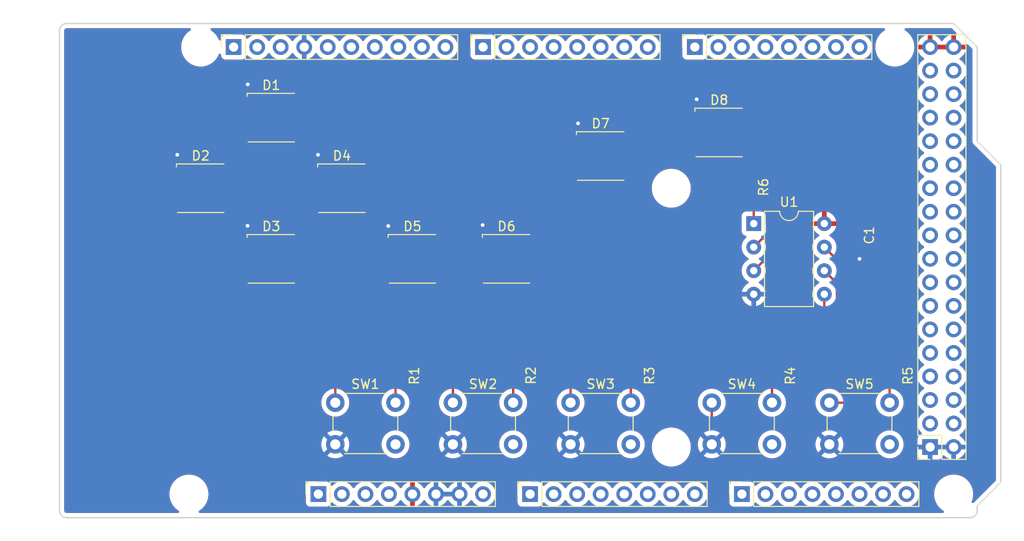
<source format=kicad_pcb>
(kicad_pcb (version 20211014) (generator pcbnew)
  (title_block (date "mar. 31 mars 2015"))
  (layers (0 "F.Cu" signal) (31 "B.Cu" signal) (34 "B.Paste" user) (35 "F.Paste" user) (36 "B.SilkS" user "B.Silkscreen") (37 "F.SilkS" user "F.Silkscreen") (38 "B.Mask" user) (39 "F.Mask" user) (44 "Edge.Cuts" user))
  (net 0 "")
  (net 1 "GND")
  (net 2 "/*52")
  (net 3 "/53")
  (net 4 "/50")
  (net 5 "/51")
  (net 6 "/48")
  (net 7 "/49")
  (net 8 "/*46")
  (net 9 "/47")
  (net 10 "/*44")
  (net 11 "/*45")
  (net 12 "/42")
  (net 13 "/43")
  (net 14 "/40")
  (net 15 "/41")
  (net 16 "/38")
  (net 17 "/39")
  (net 18 "/36")
  (net 19 "/37")
  (net 20 "/34")
  (net 21 "/35")
  (net 22 "/32")
  (net 23 "/33")
  (net 24 "/30")
  (net 25 "/31")
  (net 26 "/28")
  (net 27 "/29")
  (net 28 "/26")
  (net 29 "/27")
  (net 30 "/24")
  (net 31 "/25")
  (net 32 "/22")
  (net 33 "/23")
  (net 34 "+5V")
  (net 35 "/IOREF")
  (net 36 "/A0")
  (net 37 "/A1")
  (net 38 "/A2")
  (net 39 "/A3")
  (net 40 "/A4")
  (net 41 "/A5")
  (net 42 "/A6")
  (net 43 "/A7")
  (net 44 "/A8")
  (net 45 "/A9")
  (net 46 "/A10")
  (net 47 "/A11")
  (net 48 "/A12")
  (net 49 "/A13")
  (net 50 "/A14")
  (net 51 "/A15")
  (net 52 "/AREF")
  (net 53 "/*13")
  (net 54 "/*12")
  (net 55 "/*11")
  (net 56 "/*10")
  (net 57 "/*9")
  (net 58 "/*8")
  (net 59 "/*7")
  (net 60 "/*6")
  (net 61 "/*5")
  (net 62 "/*4")
  (net 63 "/*3")
  (net 64 "/*2")
  (net 65 "/TX0{slash}1")
  (net 66 "/RX0{slash}0")
  (net 67 "+3V3")
  (net 68 "/TX3{slash}14")
  (net 69 "/RX3{slash}15")
  (net 70 "/TX2{slash}16")
  (net 71 "/RX2{slash}17")
  (net 72 "/TX1{slash}18")
  (net 73 "/RX1{slash}19")
  (net 74 "/SDA{slash}20")
  (net 75 "/SCL{slash}21")
  (net 76 "VCC")
  (net 77 "/~{RESET}")
  (net 79 "Net-(D1-Pad2)")
  (net 80 "Net-(D1-Pad4)")
  (net 81 "Net-(D2-Pad4)")
  (net 82 "Net-(D3-Pad4)")
  (net 83 "Net-(D4-Pad4)")
  (net 84 "Net-(D5-Pad4)")
  (net 85 "Net-(D6-Pad4)")
  (net 86 "Net-(D7-Pad4)")
  (net 88 "Net-(R1-Pad2)")
  (net 89 "Net-(R2-Pad2)")
  (net 90 "Net-(R3-Pad2)")
  (net 91 "Net-(R4-Pad2)")
  (net 92 "Net-(R5-Pad2)")
  (net 93 "Net-(SW1-Pad1)")
  (net 94 "Net-(SW2-Pad1)")
  (net 95 "Net-(SW3-Pad1)")
  (net 96 "Net-(SW4-Pad1)")
  (net 97 "Net-(SW5-Pad1)")
  (net 98 "Net-(R6-Pad2)")
  (footprint "Connector_PinSocket_2.54mm:PinSocket_2x18_P2.54mm_Vertical" (layer "F.Cu") (at 193.98 92.38 180)
    (fp_text reference "J7" hide)
    (fp_text value "Digital")
    (fp_line (start -1.27 -1.33) (end -1.27 1.27) (layer "F.SilkS") (width 0.12))
    (fp_line (start 1.33 1.27) (end 1.33 44.51) (layer "F.SilkS") (width 0.12))
    (fp_line (start 0 -1.33) (end 1.33 -1.33) (layer "F.SilkS") (width 0.12))
    (fp_line (start -1.27 1.27) (end 1.33 1.27) (layer "F.SilkS") (width 0.12))
    (fp_line (start 1.33 -1.33) (end 1.33 0) (layer "F.SilkS") (width 0.12))
    (fp_line (start -3.87 44.51) (end 1.33 44.51) (layer "F.SilkS") (width 0.12))
    (fp_line (start -3.87 -1.33) (end -1.27 -1.33) (layer "F.SilkS") (width 0.12))
    (fp_line (start -3.87 -1.33) (end -3.87 44.51) (layer "F.SilkS") (width 0.12))
    (pad "1" thru_hole rect locked (at 0 0 180) (size 1.7 1.7) (drill 1) (layers *.Cu *.Mask) (net 1 "GND"))
    (pad "2" thru_hole oval locked (at -2.54 0 180) (size 1.7 1.7) (drill 1) (layers *.Cu *.Mask) (net 1 "GND"))
    (pad "3" thru_hole oval locked (at 0 2.54 180) (size 1.7 1.7) (drill 1) (layers *.Cu *.Mask) (net 2 "/*52"))
    (pad "4" thru_hole oval locked (at -2.54 2.54 180) (size 1.7 1.7) (drill 1) (layers *.Cu *.Mask) (net 3 "/53"))
    (pad "5" thru_hole oval locked (at 0 5.08 180) (size 1.7 1.7) (drill 1) (layers *.Cu *.Mask) (net 4 "/50"))
    (pad "6" thru_hole oval locked (at -2.54 5.08 180) (size 1.7 1.7) (drill 1) (layers *.Cu *.Mask) (net 5 "/51"))
    (pad "7" thru_hole oval locked (at 0 7.62 180) (size 1.7 1.7) (drill 1) (layers *.Cu *.Mask) (net 6 "/48"))
    (pad "8" thru_hole oval locked (at -2.54 7.62 180) (size 1.7 1.7) (drill 1) (layers *.Cu *.Mask) (net 7 "/49"))
    (pad "9" thru_hole oval locked (at 0 10.16 180) (size 1.7 1.7) (drill 1) (layers *.Cu *.Mask) (net 8 "/*46"))
    (pad "10" thru_hole oval locked (at -2.54 10.16 180) (size 1.7 1.7) (drill 1) (layers *.Cu *.Mask) (net 9 "/47"))
    (pad "11" thru_hole oval locked (at 0 12.7 180) (size 1.7 1.7) (drill 1) (layers *.Cu *.Mask) (net 10 "/*44"))
    (pad "12" thru_hole oval locked (at -2.54 12.7 180) (size 1.7 1.7) (drill 1) (layers *.Cu *.Mask) (net 11 "/*45"))
    (pad "13" thru_hole oval locked (at 0 15.24 180) (size 1.7 1.7) (drill 1) (layers *.Cu *.Mask) (net 12 "/42"))
    (pad "14" thru_hole oval locked (at -2.54 15.24 180) (size 1.7 1.7) (drill 1) (layers *.Cu *.Mask) (net 13 "/43"))
    (pad "15" thru_hole oval locked (at 0 17.78 180) (size 1.7 1.7) (drill 1) (layers *.Cu *.Mask) (net 14 "/40"))
    (pad "16" thru_hole oval locked (at -2.54 17.78 180) (size 1.7 1.7) (drill 1) (layers *.Cu *.Mask) (net 15 "/41"))
    (pad "17" thru_hole oval locked (at 0 20.32 180) (size 1.7 1.7) (drill 1) (layers *.Cu *.Mask) (net 16 "/38"))
    (pad "18" thru_hole oval locked (at -2.54 20.32 180) (size 1.7 1.7) (drill 1) (layers *.Cu *.Mask) (net 17 "/39"))
    (pad "19" thru_hole oval locked (at 0 22.86 180) (size 1.7 1.7) (drill 1) (layers *.Cu *.Mask) (net 18 "/36"))
    (pad "20" thru_hole oval locked (at -2.54 22.86 180) (size 1.7 1.7) (drill 1) (layers *.Cu *.Mask) (net 19 "/37"))
    (pad "21" thru_hole oval locked (at 0 25.4 180) (size 1.7 1.7) (drill 1) (layers *.Cu *.Mask) (net 20 "/34"))
    (pad "22" thru_hole oval locked (at -2.54 25.4 180) (size 1.7 1.7) (drill 1) (layers *.Cu *.Mask) (net 21 "/35"))
    (pad "23" thru_hole oval locked (at 0 27.94 180) (size 1.7 1.7) (drill 1) (layers *.Cu *.Mask) (net 22 "/32"))
    (pad "24" thru_hole oval locked (at -2.54 27.94 180) (size 1.7 1.7) (drill 1) (layers *.Cu *.Mask) (net 23 "/33"))
    (pad "25" thru_hole oval locked (at 0 30.48 180) (size 1.7 1.7) (drill 1) (layers *.Cu *.Mask) (net 24 "/30"))
    (pad "26" thru_hole oval locked (at -2.54 30.48 180) (size 1.7 1.7) (drill 1) (layers *.Cu *.Mask) (net 25 "/31"))
    (pad "27" thru_hole oval locked (at 0 33.02 180) (size 1.7 1.7) (drill 1) (layers *.Cu *.Mask) (net 26 "/28"))
    (pad "28" thru_hole oval locked (at -2.54 33.02 180) (size 1.7 1.7) (drill 1) (layers *.Cu *.Mask) (net 27 "/29"))
    (pad "29" thru_hole oval locked (at 0 35.56 180) (size 1.7 1.7) (drill 1) (layers *.Cu *.Mask) (net 28 "/26"))
    (pad "30" thru_hole oval locked (at -2.54 35.56 180) (size 1.7 1.7) (drill 1) (layers *.Cu *.Mask) (net 29 "/27"))
    (pad "31" thru_hole oval locked (at 0 38.1 180) (size 1.7 1.7) (drill 1) (layers *.Cu *.Mask) (net 30 "/24"))
    (pad "32" thru_hole oval locked (at -2.54 38.1 180) (size 1.7 1.7) (drill 1) (layers *.Cu *.Mask) (net 31 "/25"))
    (pad "33" thru_hole oval locked (at 0 40.64 180) (size 1.7 1.7) (drill 1) (layers *.Cu *.Mask) (net 32 "/22"))
    (pad "34" thru_hole oval locked (at -2.54 40.64 180) (size 1.7 1.7) (drill 1) (layers *.Cu *.Mask) (net 33 "/23"))
    (pad "35" thru_hole oval locked (at 0 43.18 180) (size 1.7 1.7) (drill 1) (layers *.Cu *.Mask) (net 34 "+5V"))
    (pad "36" thru_hole oval locked (at -2.54 43.18 180) (size 1.7 1.7) (drill 1) (layers *.Cu *.Mask) (net 34 "+5V"))
  )
  (footprint "Connector_PinSocket_2.54mm:PinSocket_1x08_P2.54mm_Vertical" (layer "F.Cu") (at 127.94 97.46 90)
    (fp_text reference "J1" hide)
    (fp_text value "Power")
    (fp_line (start -1.33 1.27) (end -1.33 19.11) (layer "F.SilkS") (width 0.12))
    (fp_line (start -1.33 1.27) (end 1.33 1.27) (layer "F.SilkS") (width 0.12))
    (fp_line (start -1.33 19.11) (end 1.33 19.11) (layer "F.SilkS") (width 0.12))
    (fp_line (start 1.33 1.27) (end 1.33 19.11) (layer "F.SilkS") (width 0.12))
    (fp_line (start 0 -1.33) (end 1.33 -1.33) (layer "F.SilkS") (width 0.12))
    (fp_line (start 1.33 -1.33) (end 1.33 0) (layer "F.SilkS") (width 0.12))
    (pad "1" thru_hole rect locked (at 0 0 90) (size 1.7 1.7) (drill 1) (layers *.Cu *.Mask))
    (pad "2" thru_hole oval locked (at 0 2.54 90) (size 1.7 1.7) (drill 1) (layers *.Cu *.Mask) (net 35 "/IOREF"))
    (pad "3" thru_hole oval locked (at 0 5.08 90) (size 1.7 1.7) (drill 1) (layers *.Cu *.Mask) (net 77 "/~{RESET}"))
    (pad "4" thru_hole oval locked (at 0 7.62 90) (size 1.7 1.7) (drill 1) (layers *.Cu *.Mask) (net 67 "+3V3"))
    (pad "5" thru_hole oval locked (at 0 10.16 90) (size 1.7 1.7) (drill 1) (layers *.Cu *.Mask) (net 34 "+5V"))
    (pad "6" thru_hole oval locked (at 0 12.7 90) (size 1.7 1.7) (drill 1) (layers *.Cu *.Mask) (net 1 "GND"))
    (pad "7" thru_hole oval locked (at 0 15.24 90) (size 1.7 1.7) (drill 1) (layers *.Cu *.Mask) (net 1 "GND"))
    (pad "8" thru_hole oval locked (at 0 17.78 90) (size 1.7 1.7) (drill 1) (layers *.Cu *.Mask) (net 76 "VCC"))
  )
  (footprint "Connector_PinSocket_2.54mm:PinSocket_1x08_P2.54mm_Vertical" (layer "F.Cu") (at 150.8 97.46 90)
    (fp_text reference "J3" hide)
    (fp_text value "Analog")
    (fp_line (start -1.33 1.27) (end -1.33 19.11) (layer "F.SilkS") (width 0.12))
    (fp_line (start 1.33 1.27) (end 1.33 19.11) (layer "F.SilkS") (width 0.12))
    (fp_line (start 0 -1.33) (end 1.33 -1.33) (layer "F.SilkS") (width 0.12))
    (fp_line (start 1.33 -1.33) (end 1.33 0) (layer "F.SilkS") (width 0.12))
    (fp_line (start -1.33 1.27) (end 1.33 1.27) (layer "F.SilkS") (width 0.12))
    (fp_line (start -1.33 19.11) (end 1.33 19.11) (layer "F.SilkS") (width 0.12))
    (pad "1" thru_hole rect locked (at 0 0 90) (size 1.7 1.7) (drill 1) (layers *.Cu *.Mask) (net 36 "/A0"))
    (pad "2" thru_hole oval locked (at 0 2.54 90) (size 1.7 1.7) (drill 1) (layers *.Cu *.Mask) (net 37 "/A1"))
    (pad "3" thru_hole oval locked (at 0 5.08 90) (size 1.7 1.7) (drill 1) (layers *.Cu *.Mask) (net 38 "/A2"))
    (pad "4" thru_hole oval locked (at 0 7.62 90) (size 1.7 1.7) (drill 1) (layers *.Cu *.Mask) (net 39 "/A3"))
    (pad "5" thru_hole oval locked (at 0 10.16 90) (size 1.7 1.7) (drill 1) (layers *.Cu *.Mask) (net 40 "/A4"))
    (pad "6" thru_hole oval locked (at 0 12.7 90) (size 1.7 1.7) (drill 1) (layers *.Cu *.Mask) (net 41 "/A5"))
    (pad "7" thru_hole oval locked (at 0 15.24 90) (size 1.7 1.7) (drill 1) (layers *.Cu *.Mask) (net 42 "/A6"))
    (pad "8" thru_hole oval locked (at 0 17.78 90) (size 1.7 1.7) (drill 1) (layers *.Cu *.Mask) (net 43 "/A7"))
  )
  (footprint "Connector_PinSocket_2.54mm:PinSocket_1x08_P2.54mm_Vertical" (layer "F.Cu") (at 173.66 97.46 90)
    (fp_text reference "J5" hide)
    (fp_text value "Analog")
    (fp_line (start -1.33 1.27) (end -1.33 19.11) (layer "F.SilkS") (width 0.12))
    (fp_line (start 0 -1.33) (end 1.33 -1.33) (layer "F.SilkS") (width 0.12))
    (fp_line (start -1.33 19.11) (end 1.33 19.11) (layer "F.SilkS") (width 0.12))
    (fp_line (start 1.33 -1.33) (end 1.33 0) (layer "F.SilkS") (width 0.12))
    (fp_line (start -1.33 1.27) (end 1.33 1.27) (layer "F.SilkS") (width 0.12))
    (fp_line (start 1.33 1.27) (end 1.33 19.11) (layer "F.SilkS") (width 0.12))
    (pad "1" thru_hole rect locked (at 0 0 90) (size 1.7 1.7) (drill 1) (layers *.Cu *.Mask) (net 44 "/A8"))
    (pad "2" thru_hole oval locked (at 0 2.54 90) (size 1.7 1.7) (drill 1) (layers *.Cu *.Mask) (net 45 "/A9"))
    (pad "3" thru_hole oval locked (at 0 5.08 90) (size 1.7 1.7) (drill 1) (layers *.Cu *.Mask) (net 46 "/A10"))
    (pad "4" thru_hole oval locked (at 0 7.62 90) (size 1.7 1.7) (drill 1) (layers *.Cu *.Mask) (net 47 "/A11"))
    (pad "5" thru_hole oval locked (at 0 10.16 90) (size 1.7 1.7) (drill 1) (layers *.Cu *.Mask) (net 48 "/A12"))
    (pad "6" thru_hole oval locked (at 0 12.7 90) (size 1.7 1.7) (drill 1) (layers *.Cu *.Mask) (net 49 "/A13"))
    (pad "7" thru_hole oval locked (at 0 15.24 90) (size 1.7 1.7) (drill 1) (layers *.Cu *.Mask) (net 50 "/A14"))
    (pad "8" thru_hole oval locked (at 0 17.78 90) (size 1.7 1.7) (drill 1) (layers *.Cu *.Mask) (net 51 "/A15"))
  )
  (footprint "Connector_PinSocket_2.54mm:PinSocket_1x10_P2.54mm_Vertical" (layer "F.Cu") (at 118.796 49.2 90)
    (fp_text reference "J2" hide)
    (fp_text value "PWM")
    (fp_line (start -1.33 1.27) (end 1.33 1.27) (layer "F.SilkS") (width 0.12))
    (fp_line (start 1.33 1.27) (end 1.33 24.19) (layer "F.SilkS") (width 0.12))
    (fp_line (start -1.33 24.19) (end 1.33 24.19) (layer "F.SilkS") (width 0.12))
    (fp_line (start 0 -1.33) (end 1.33 -1.33) (layer "F.SilkS") (width 0.12))
    (fp_line (start 1.33 -1.33) (end 1.33 0) (layer "F.SilkS") (width 0.12))
    (fp_line (start -1.33 1.27) (end -1.33 24.19) (layer "F.SilkS") (width 0.12))
    (pad "1" thru_hole rect locked (at 0 0 90) (size 1.7 1.7) (drill 1) (layers *.Cu *.Mask) (net 75 "/SCL{slash}21"))
    (pad "2" thru_hole oval locked (at 0 2.54 90) (size 1.7 1.7) (drill 1) (layers *.Cu *.Mask) (net 74 "/SDA{slash}20"))
    (pad "3" thru_hole oval locked (at 0 5.08 90) (size 1.7 1.7) (drill 1) (layers *.Cu *.Mask) (net 52 "/AREF"))
    (pad "4" thru_hole oval locked (at 0 7.62 90) (size 1.7 1.7) (drill 1) (layers *.Cu *.Mask) (net 1 "GND"))
    (pad "5" thru_hole oval locked (at 0 10.16 90) (size 1.7 1.7) (drill 1) (layers *.Cu *.Mask) (net 53 "/*13"))
    (pad "6" thru_hole oval locked (at 0 12.7 90) (size 1.7 1.7) (drill 1) (layers *.Cu *.Mask) (net 54 "/*12"))
    (pad "7" thru_hole oval locked (at 0 15.24 90) (size 1.7 1.7) (drill 1) (layers *.Cu *.Mask) (net 55 "/*11"))
    (pad "8" thru_hole oval locked (at 0 17.78 90) (size 1.7 1.7) (drill 1) (layers *.Cu *.Mask) (net 56 "/*10"))
    (pad "9" thru_hole oval locked (at 0 20.32 90) (size 1.7 1.7) (drill 1) (layers *.Cu *.Mask) (net 57 "/*9"))
    (pad "10" thru_hole oval locked (at 0 22.86 90) (size 1.7 1.7) (drill 1) (layers *.Cu *.Mask) (net 58 "/*8"))
  )
  (footprint "Connector_PinSocket_2.54mm:PinSocket_1x08_P2.54mm_Vertical" (layer "F.Cu") (at 145.72 49.2 90)
    (fp_text reference "J4" hide)
    (fp_text value "PWM")
    (fp_line (start 0 -1.33) (end 1.33 -1.33) (layer "F.SilkS") (width 0.12))
    (fp_line (start -1.33 1.27) (end -1.33 19.11) (layer "F.SilkS") (width 0.12))
    (fp_line (start -1.33 19.11) (end 1.33 19.11) (layer "F.SilkS") (width 0.12))
    (fp_line (start -1.33 1.27) (end 1.33 1.27) (layer "F.SilkS") (width 0.12))
    (fp_line (start 1.33 1.27) (end 1.33 19.11) (layer "F.SilkS") (width 0.12))
    (fp_line (start 1.33 -1.33) (end 1.33 0) (layer "F.SilkS") (width 0.12))
    (pad "1" thru_hole rect locked (at 0 0 90) (size 1.7 1.7) (drill 1) (layers *.Cu *.Mask) (net 59 "/*7"))
    (pad "2" thru_hole oval locked (at 0 2.54 90) (size 1.7 1.7) (drill 1) (layers *.Cu *.Mask) (net 60 "/*6"))
    (pad "3" thru_hole oval locked (at 0 5.08 90) (size 1.7 1.7) (drill 1) (layers *.Cu *.Mask) (net 61 "/*5"))
    (pad "4" thru_hole oval locked (at 0 7.62 90) (size 1.7 1.7) (drill 1) (layers *.Cu *.Mask) (net 62 "/*4"))
    (pad "5" thru_hole oval locked (at 0 10.16 90) (size 1.7 1.7) (drill 1) (layers *.Cu *.Mask) (net 63 "/*3"))
    (pad "6" thru_hole oval locked (at 0 12.7 90) (size 1.7 1.7) (drill 1) (layers *.Cu *.Mask) (net 64 "/*2"))
    (pad "7" thru_hole oval locked (at 0 15.24 90) (size 1.7 1.7) (drill 1) (layers *.Cu *.Mask) (net 65 "/TX0{slash}1"))
    (pad "8" thru_hole oval locked (at 0 17.78 90) (size 1.7 1.7) (drill 1) (layers *.Cu *.Mask) (net 66 "/RX0{slash}0"))
  )
  (footprint "Connector_PinSocket_2.54mm:PinSocket_1x08_P2.54mm_Vertical" (layer "F.Cu") (at 168.58 49.2 90)
    (fp_text reference "J6" hide)
    (fp_text value "Communication")
    (fp_line (start 0 -1.33) (end 1.33 -1.33) (layer "F.SilkS") (width 0.12))
    (fp_line (start -1.33 1.27) (end 1.33 1.27) (layer "F.SilkS") (width 0.12))
    (fp_line (start 1.33 -1.33) (end 1.33 0) (layer "F.SilkS") (width 0.12))
    (fp_line (start 1.33 1.27) (end 1.33 19.11) (layer "F.SilkS") (width 0.12))
    (fp_line (start -1.33 1.27) (end -1.33 19.11) (layer "F.SilkS") (width 0.12))
    (fp_line (start -1.33 19.11) (end 1.33 19.11) (layer "F.SilkS") (width 0.12))
    (pad "1" thru_hole rect locked (at 0 0 90) (size 1.7 1.7) (drill 1) (layers *.Cu *.Mask) (net 68 "/TX3{slash}14"))
    (pad "2" thru_hole oval locked (at 0 2.54 90) (size 1.7 1.7) (drill 1) (layers *.Cu *.Mask) (net 69 "/RX3{slash}15"))
    (pad "3" thru_hole oval locked (at 0 5.08 90) (size 1.7 1.7) (drill 1) (layers *.Cu *.Mask) (net 70 "/TX2{slash}16"))
    (pad "4" thru_hole oval locked (at 0 7.62 90) (size 1.7 1.7) (drill 1) (layers *.Cu *.Mask) (net 71 "/RX2{slash}17"))
    (pad "5" thru_hole oval locked (at 0 10.16 90) (size 1.7 1.7) (drill 1) (layers *.Cu *.Mask) (net 72 "/TX1{slash}18"))
    (pad "6" thru_hole oval locked (at 0 12.7 90) (size 1.7 1.7) (drill 1) (layers *.Cu *.Mask) (net 73 "/RX1{slash}19"))
    (pad "7" thru_hole oval locked (at 0 15.24 90) (size 1.7 1.7) (drill 1) (layers *.Cu *.Mask) (net 74 "/SDA{slash}20"))
    (pad "8" thru_hole oval locked (at 0 17.78 90) (size 1.7 1.7) (drill 1) (layers *.Cu *.Mask) (net 75 "/SCL{slash}21"))
  )
  (footprint "Resistor_SMD:R_0201_0603Metric" (layer "F.Cu") (at 190.537972 84.68322 -90)
    (fp_text reference "R5" (at 0 -1.05 90) (layer "F.SilkS"))
    (fp_text value "4.7k")
    (pad "1" smd roundrect (at -0.32 0 270) (size 0.46 0.4) (layers "F.Cu" "F.Mask") (net 34 "+5V"))
    (pad "2" smd roundrect (at 0.32 0 270) (size 0.46 0.4) (layers "F.Cu" "F.Mask") (net 92 "Net-(R5-Pad2)"))
  )
  (footprint "Resistor_SMD:R_0201_0603Metric" (layer "F.Cu") (at 137.25269 84.68322 -90)
    (fp_text reference "R1" (at 0 -1.05 90) (layer "F.SilkS"))
    (fp_text value "4.7k")
    (pad "1" smd roundrect (at -0.32 0 270) (size 0.46 0.4) (layers "F.Cu" "F.Mask") (net 34 "+5V"))
    (pad "2" smd roundrect (at 0.32 0 270) (size 0.46 0.4) (layers "F.Cu" "F.Mask") (net 88 "Net-(R1-Pad2)"))
  )
  (footprint "Button_Switch_THT:SW_PUSH_6mm" (layer "F.Cu") (at 142.47 87.59)
    (fp_text reference "SW2" (at 3.25 -2) (layer "F.SilkS"))
    (fp_text value "LEFT")
    (fp_line (start 5.5 -1) (end 1 -1) (layer "F.SilkS") (width 0.12))
    (fp_line (start 6.75 3) (end 6.75 1.5) (layer "F.SilkS") (width 0.12))
    (fp_line (start -0.25 1.5) (end -0.25 3) (layer "F.SilkS") (width 0.12))
    (fp_line (start 1 5.5) (end 5.5 5.5) (layer "F.SilkS") (width 0.12))
    (pad "1" thru_hole circle (at 0 0 90) (size 2 2) (drill 1.1) (layers *.Cu *.Mask) (net 94 "Net-(SW2-Pad1)"))
    (pad "2" thru_hole circle (at 6.5 0 90) (size 2 2) (drill 1.1) (layers *.Cu *.Mask) (net 89 "Net-(R2-Pad2)"))
    (pad "3" thru_hole circle (at 0 4.5 90) (size 2 2) (drill 1.1) (layers *.Cu *.Mask) (net 1 "GND"))
    (pad "4" thru_hole circle (at 6.5 4.5 90) (size 2 2) (drill 1.1) (layers *.Cu *.Mask))
  )
  (footprint "Arduino_MountingHole:MountingHole_3.2mm" (layer "F.Cu") (at 196.52 97.46)
    (fp_text reference "MH6" hide)
    (fp_text value "MountingHole_3.2mm" hide)
    (pad "" np_thru_hole circle locked (at 0 0) (size 3.2 3.2) (drill 3.2) (layers *.Cu *.Mask))
  )
  (footprint "Button_Switch_THT:SW_PUSH_6mm" (layer "F.Cu") (at 129.77 87.59)
    (fp_text reference "SW1" (at 3.25 -2) (layer "F.SilkS"))
    (fp_text value "PUSH")
    (fp_line (start 1 5.5) (end 5.5 5.5) (layer "F.SilkS") (width 0.12))
    (fp_line (start 6.75 3) (end 6.75 1.5) (layer "F.SilkS") (width 0.12))
    (fp_line (start -0.25 1.5) (end -0.25 3) (layer "F.SilkS") (width 0.12))
    (fp_line (start 5.5 -1) (end 1 -1) (layer "F.SilkS") (width 0.12))
    (pad "1" thru_hole circle (at 0 0 90) (size 2 2) (drill 1.1) (layers *.Cu *.Mask) (net 93 "Net-(SW1-Pad1)"))
    (pad "2" thru_hole circle (at 6.5 0 90) (size 2 2) (drill 1.1) (layers *.Cu *.Mask) (net 88 "Net-(R1-Pad2)"))
    (pad "3" thru_hole circle (at 0 4.5 90) (size 2 2) (drill 1.1) (layers *.Cu *.Mask) (net 1 "GND"))
    (pad "4" thru_hole circle (at 6.5 4.5 90) (size 2 2) (drill 1.1) (layers *.Cu *.Mask))
  )
  (footprint "Resistor_SMD:R_0201_0603Metric" (layer "F.Cu") (at 149.844601 84.657626 -90)
    (fp_text reference "R2" (at 0 -1.05 90) (layer "F.SilkS"))
    (fp_text value "4.7k")
    (pad "1" smd roundrect (at -0.32 0 270) (size 0.46 0.4) (layers "F.Cu" "F.Mask") (net 34 "+5V"))
    (pad "2" smd roundrect (at 0.32 0 270) (size 0.46 0.4) (layers "F.Cu" "F.Mask") (net 89 "Net-(R2-Pad2)"))
  )
  (footprint "Resistor_SMD:R_0201_0603Metric" (layer "F.Cu") (at 162.641258 84.68322 -90)
    (fp_text reference "R3" (at 0 -1.05 90) (layer "F.SilkS"))
    (fp_text value "4.7k")
    (pad "1" smd roundrect (at -0.32 0 270) (size 0.46 0.4) (layers "F.Cu" "F.Mask") (net 34 "+5V"))
    (pad "2" smd roundrect (at 0.32 0 270) (size 0.46 0.4) (layers "F.Cu" "F.Mask") (net 90 "Net-(R3-Pad2)"))
  )
  (footprint "LED_SMD:LED_Inolux_IN-PI554FCH_PLCC4_5.0x5.0mm_P3.2mm" (layer "F.Cu") (at 115.24 64.44)
    (fp_text reference "D2" (at 0 -3.5) (layer "F.SilkS"))
    (fp_text value "left")
    (fp_line (start -2.62 -2.3) (end -2.62 -2.62) (layer "F.SilkS") (width 0.12))
    (fp_line (start -2.5 2.62) (end 2.5 2.62) (layer "F.SilkS") (width 0.12))
    (fp_line (start -2.62 -2.62) (end 2.5 -2.62) (layer "F.SilkS") (width 0.12))
    (pad "1" smd rect (at -2.45 -1.6) (size 1.5 1) (layers "F.Cu" "F.Paste" "F.Mask") (net 1 "GND"))
    (pad "2" smd rect (at -2.45 1.6) (size 1.5 1) (layers "F.Cu" "F.Paste" "F.Mask") (net 80 "Net-(D1-Pad4)"))
    (pad "3" smd rect (at 2.45 1.6) (size 1.5 1) (layers "F.Cu" "F.Paste" "F.Mask") (net 34 "+5V"))
    (pad "4" smd rect (at 2.45 -1.6) (size 1.5 1) (layers "F.Cu" "F.Paste" "F.Mask") (net 81 "Net-(D2-Pad4)"))
  )
  (footprint "Resistor_SMD:R_0201_0603Metric" (layer "F.Cu") (at 177.843687 84.68322 -90)
    (fp_text reference "R4" (at 0 -1.05 90) (layer "F.SilkS"))
    (fp_text value "4.7k")
    (pad "1" smd roundrect (at -0.32 0 270) (size 0.46 0.4) (layers "F.Cu" "F.Mask") (net 34 "+5V"))
    (pad "2" smd roundrect (at 0.32 0 270) (size 0.46 0.4) (layers "F.Cu" "F.Mask") (net 91 "Net-(R4-Pad2)"))
  )
  (footprint "Arduino_MountingHole:MountingHole_3.2mm" (layer "F.Cu") (at 115.24 49.2)
    (fp_text reference "MH1" hide)
    (fp_text value "MountingHole_3.2mm" hide)
    (pad "" np_thru_hole circle locked (at 0 0) (size 3.2 3.2) (drill 3.2) (layers *.Cu *.Mask))
  )
  (footprint "LED_SMD:LED_Inolux_IN-PI554FCH_PLCC4_5.0x5.0mm_P3.2mm" (layer "F.Cu") (at 158.42 60.96)
    (fp_text reference "D7" (at 0 -3.5) (layer "F.SilkS"))
    (fp_text value "b")
    (fp_line (start -2.5 2.62) (end 2.5 2.62) (layer "F.SilkS") (width 0.12))
    (fp_line (start -2.62 -2.3) (end -2.62 -2.62) (layer "F.SilkS") (width 0.12))
    (fp_line (start -2.62 -2.62) (end 2.5 -2.62) (layer "F.SilkS") (width 0.12))
    (pad "1" smd rect (at -2.45 -1.6) (size 1.5 1) (layers "F.Cu" "F.Paste" "F.Mask") (net 1 "GND"))
    (pad "2" smd rect (at -2.45 1.6) (size 1.5 1) (layers "F.Cu" "F.Paste" "F.Mask") (net 85 "Net-(D6-Pad4)"))
    (pad "3" smd rect (at 2.45 1.6) (size 1.5 1) (layers "F.Cu" "F.Paste" "F.Mask") (net 34 "+5V"))
    (pad "4" smd rect (at 2.45 -1.6) (size 1.5 1) (layers "F.Cu" "F.Paste" "F.Mask") (net 86 "Net-(D7-Pad4)"))
  )
  (footprint "LED_SMD:LED_Inolux_IN-PI554FCH_PLCC4_5.0x5.0mm_P3.2mm" (layer "F.Cu") (at 148.26 72.06)
    (fp_text reference "D6" (at 0 -3.5) (layer "F.SilkS"))
    (fp_text value "start")
    (fp_line (start -2.5 2.62) (end 2.5 2.62) (layer "F.SilkS") (width 0.12))
    (fp_line (start -2.62 -2.3) (end -2.62 -2.62) (layer "F.SilkS") (width 0.12))
    (fp_line (start -2.62 -2.62) (end 2.5 -2.62) (layer "F.SilkS") (width 0.12))
    (pad "1" smd rect (at -2.45 -1.6) (size 1.5 1) (layers "F.Cu" "F.Paste" "F.Mask") (net 1 "GND"))
    (pad "2" smd rect (at -2.45 1.6) (size 1.5 1) (layers "F.Cu" "F.Paste" "F.Mask") (net 84 "Net-(D5-Pad4)"))
    (pad "3" smd rect (at 2.45 1.6) (size 1.5 1) (layers "F.Cu" "F.Paste" "F.Mask") (net 34 "+5V"))
    (pad "4" smd rect (at 2.45 -1.6) (size 1.5 1) (layers "F.Cu" "F.Paste" "F.Mask") (net 85 "Net-(D6-Pad4)"))
  )
  (footprint "Button_Switch_THT:SW_PUSH_6mm" (layer "F.Cu") (at 170.41 87.59)
    (fp_text reference "SW4" (at 3.25 -2) (layer "F.SilkS"))
    (fp_text value "SELECT")
    (fp_line (start -0.25 1.5) (end -0.25 3) (layer "F.SilkS") (width 0.12))
    (fp_line (start 6.75 3) (end 6.75 1.5) (layer "F.SilkS") (width 0.12))
    (fp_line (start 1 5.5) (end 5.5 5.5) (layer "F.SilkS") (width 0.12))
    (fp_line (start 5.5 -1) (end 1 -1) (layer "F.SilkS") (width 0.12))
    (pad "1" thru_hole circle (at 0 0 90) (size 2 2) (drill 1.1) (layers *.Cu *.Mask) (net 96 "Net-(SW4-Pad1)"))
    (pad "2" thru_hole circle (at 6.5 0 90) (size 2 2) (drill 1.1) (layers *.Cu *.Mask) (net 91 "Net-(R4-Pad2)"))
    (pad "3" thru_hole circle (at 0 4.5 90) (size 2 2) (drill 1.1) (layers *.Cu *.Mask) (net 1 "GND"))
    (pad "4" thru_hole circle (at 6.5 4.5 90) (size 2 2) (drill 1.1) (layers *.Cu *.Mask))
  )
  (footprint "Button_Switch_THT:SW_PUSH_6mm" (layer "F.Cu") (at 183.11 87.59)
    (fp_text reference "SW5" (at 3.25 -2) (layer "F.SilkS"))
    (fp_text value "START/RESET")
    (fp_line (start 6.75 3) (end 6.75 1.5) (layer "F.SilkS") (width 0.12))
    (fp_line (start 5.5 -1) (end 1 -1) (layer "F.SilkS") (width 0.12))
    (fp_line (start 1 5.5) (end 5.5 5.5) (layer "F.SilkS") (width 0.12))
    (fp_line (start -0.25 1.5) (end -0.25 3) (layer "F.SilkS") (width 0.12))
    (pad "1" thru_hole circle (at 0 0 90) (size 2 2) (drill 1.1) (layers *.Cu *.Mask) (net 97 "Net-(SW5-Pad1)"))
    (pad "2" thru_hole circle (at 6.5 0 90) (size 2 2) (drill 1.1) (layers *.Cu *.Mask) (net 92 "Net-(R5-Pad2)"))
    (pad "3" thru_hole circle (at 0 4.5 90) (size 2 2) (drill 1.1) (layers *.Cu *.Mask) (net 1 "GND"))
    (pad "4" thru_hole circle (at 6.5 4.5 90) (size 2 2) (drill 1.1) (layers *.Cu *.Mask))
  )
  (footprint "LED_SMD:LED_Inolux_IN-PI554FCH_PLCC4_5.0x5.0mm_P3.2mm" (layer "F.Cu") (at 122.86 72.06)
    (fp_text reference "D3" (at 0 -3.5) (layer "F.SilkS"))
    (fp_text value "down")
    (fp_line (start -2.62 -2.3) (end -2.62 -2.62) (layer "F.SilkS") (width 0.12))
    (fp_line (start -2.5 2.62) (end 2.5 2.62) (layer "F.SilkS") (width 0.12))
    (fp_line (start -2.62 -2.62) (end 2.5 -2.62) (layer "F.SilkS") (width 0.12))
    (pad "1" smd rect (at -2.45 -1.6) (size 1.5 1) (layers "F.Cu" "F.Paste" "F.Mask") (net 1 "GND"))
    (pad "2" smd rect (at -2.45 1.6) (size 1.5 1) (layers "F.Cu" "F.Paste" "F.Mask") (net 81 "Net-(D2-Pad4)"))
    (pad "3" smd rect (at 2.45 1.6) (size 1.5 1) (layers "F.Cu" "F.Paste" "F.Mask") (net 34 "+5V"))
    (pad "4" smd rect (at 2.45 -1.6) (size 1.5 1) (layers "F.Cu" "F.Paste" "F.Mask") (net 82 "Net-(D3-Pad4)"))
  )
  (footprint "LED_SMD:LED_Inolux_IN-PI554FCH_PLCC4_5.0x5.0mm_P3.2mm" (layer "F.Cu") (at 138.1 72.06)
    (fp_text reference "D5" (at 0 -3.5) (layer "F.SilkS"))
    (fp_text value "select")
    (fp_line (start -2.5 2.62) (end 2.5 2.62) (layer "F.SilkS") (width 0.12))
    (fp_line (start -2.62 -2.3) (end -2.62 -2.62) (layer "F.SilkS") (width 0.12))
    (fp_line (start -2.62 -2.62) (end 2.5 -2.62) (layer "F.SilkS") (width 0.12))
    (pad "1" smd rect (at -2.45 -1.6) (size 1.5 1) (layers "F.Cu" "F.Paste" "F.Mask") (net 1 "GND"))
    (pad "2" smd rect (at -2.45 1.6) (size 1.5 1) (layers "F.Cu" "F.Paste" "F.Mask") (net 83 "Net-(D4-Pad4)"))
    (pad "3" smd rect (at 2.45 1.6) (size 1.5 1) (layers "F.Cu" "F.Paste" "F.Mask") (net 34 "+5V"))
    (pad "4" smd rect (at 2.45 -1.6) (size 1.5 1) (layers "F.Cu" "F.Paste" "F.Mask") (net 84 "Net-(D5-Pad4)"))
  )
  (footprint "Button_Switch_THT:SW_PUSH_6mm" (layer "F.Cu") (at 155.17 87.59)
    (fp_text reference "SW3" (at 3.25 -2) (layer "F.SilkS"))
    (fp_text value "RIGHT")
    (fp_line (start -0.25 1.5) (end -0.25 3) (layer "F.SilkS") (width 0.12))
    (fp_line (start 5.5 -1) (end 1 -1) (layer "F.SilkS") (width 0.12))
    (fp_line (start 6.75 3) (end 6.75 1.5) (layer "F.SilkS") (width 0.12))
    (fp_line (start 1 5.5) (end 5.5 5.5) (layer "F.SilkS") (width 0.12))
    (pad "1" thru_hole circle (at 0 0 90) (size 2 2) (drill 1.1) (layers *.Cu *.Mask) (net 95 "Net-(SW3-Pad1)"))
    (pad "2" thru_hole circle (at 6.5 0 90) (size 2 2) (drill 1.1) (layers *.Cu *.Mask) (net 90 "Net-(R3-Pad2)"))
    (pad "3" thru_hole circle (at 0 4.5 90) (size 2 2) (drill 1.1) (layers *.Cu *.Mask) (net 1 "GND"))
    (pad "4" thru_hole circle (at 6.5 4.5 90) (size 2 2) (drill 1.1) (layers *.Cu *.Mask))
  )
  (footprint "LED_SMD:LED_Inolux_IN-PI554FCH_PLCC4_5.0x5.0mm_P3.2mm" (layer "F.Cu") (at 130.48 64.44)
    (fp_text reference "D4" (at 0 -3.5) (layer "F.SilkS"))
    (fp_text value "right")
    (fp_line (start -2.62 -2.3) (end -2.62 -2.62) (layer "F.SilkS") (width 0.12))
    (fp_line (start -2.62 -2.62) (end 2.5 -2.62) (layer "F.SilkS") (width 0.12))
    (fp_line (start -2.5 2.62) (end 2.5 2.62) (layer "F.SilkS") (width 0.12))
    (pad "1" smd rect (at -2.45 -1.6) (size 1.5 1) (layers "F.Cu" "F.Paste" "F.Mask") (net 1 "GND"))
    (pad "2" smd rect (at -2.45 1.6) (size 1.5 1) (layers "F.Cu" "F.Paste" "F.Mask") (net 82 "Net-(D3-Pad4)"))
    (pad "3" smd rect (at 2.45 1.6) (size 1.5 1) (layers "F.Cu" "F.Paste" "F.Mask") (net 34 "+5V"))
    (pad "4" smd rect (at 2.45 -1.6) (size 1.5 1) (layers "F.Cu" "F.Paste" "F.Mask") (net 83 "Net-(D4-Pad4)"))
  )
  (footprint "Capacitor_SMD:C_0201_0603Metric" (layer "F.Cu") (at 186.36 69.52 -90)
    (fp_text reference "C1" (at 0 -1.05 90) (layer "F.SilkS"))
    (fp_text value "100n")
    (pad "1" smd roundrect (at -0.32 0 270) (size 0.46 0.4) (layers "F.Cu" "F.Mask") (net 34 "+5V"))
    (pad "2" smd roundrect (at 0.32 0 270) (size 0.46 0.4) (layers "F.Cu" "F.Mask") (net 1 "GND"))
  )
  (footprint "Resistor_SMD:R_0201_0603Metric" (layer "F.Cu") (at 174.948637 64.323594 -90)
    (fp_text reference "R6" (at 0 -1.05 90) (layer "F.SilkS"))
    (fp_text value "510")
    (pad "1" smd roundrect (at -0.32 0 270) (size 0.46 0.4) (layers "F.Cu" "F.Mask") (net 79 "Net-(D1-Pad2)"))
    (pad "2" smd roundrect (at 0.32 0 270) (size 0.46 0.4) (layers "F.Cu" "F.Mask") (net 98 "Net-(R6-Pad2)"))
  )
  (footprint "Package_DIP:DIP-8_W7.62mm" (layer "F.Cu") (at 174.94 68.26)
    (fp_text reference "U1" (at 3.81 -2.33) (layer "F.SilkS"))
    (fp_text value "ATtiny85-20P")
    (fp_line (start 1.16 8.95) (end 6.46 8.95) (layer "F.SilkS") (width 0.12))
    (fp_line (start 6.46 -1.33) (end 4.81 -1.33) (layer "F.SilkS") (width 0.12))
    (fp_line (start 1.16 -1.33) (end 1.16 8.95) (layer "F.SilkS") (width 0.12))
    (fp_line (start 6.46 8.95) (end 6.46 -1.33) (layer "F.SilkS") (width 0.12))
    (fp_line (start 2.81 -1.33) (end 1.16 -1.33) (layer "F.SilkS") (width 0.12))
    (fp_arc (start 4.81 -1.33) (mid 3.81 -0.33) (end 2.81 -1.33) (layer "F.SilkS") (width 0.12))
    (pad "1" thru_hole rect (at 0 0) (size 1.6 1.6) (drill 0.8) (layers *.Cu *.Mask) (net 98 "Net-(R6-Pad2)"))
    (pad "2" thru_hole oval (at 0 2.54) (size 1.6 1.6) (drill 0.8) (layers *.Cu *.Mask) (net 96 "Net-(SW4-Pad1)"))
    (pad "3" thru_hole oval (at 0 5.08) (size 1.6 1.6) (drill 0.8) (layers *.Cu *.Mask) (net 97 "Net-(SW5-Pad1)"))
    (pad "4" thru_hole oval (at 0 7.62) (size 1.6 1.6) (drill 0.8) (layers *.Cu *.Mask) (net 1 "GND"))
    (pad "5" thru_hole oval (at 7.62 7.62) (size 1.6 1.6) (drill 0.8) (layers *.Cu *.Mask) (net 93 "Net-(SW1-Pad1)"))
    (pad "6" thru_hole oval (at 7.62 5.08) (size 1.6 1.6) (drill 0.8) (layers *.Cu *.Mask) (net 94 "Net-(SW2-Pad1)"))
    (pad "7" thru_hole oval (at 7.62 2.54) (size 1.6 1.6) (drill 0.8) (layers *.Cu *.Mask) (net 95 "Net-(SW3-Pad1)"))
    (pad "8" thru_hole oval (at 7.62 0) (size 1.6 1.6) (drill 0.8) (layers *.Cu *.Mask) (net 34 "+5V"))
  )
  (footprint "Arduino_MountingHole:MountingHole_3.2mm" (layer "F.Cu") (at 113.97 97.46)
    (fp_text reference "MH2" hide)
    (fp_text value "MountingHole_3.2mm" hide)
    (pad "" np_thru_hole circle locked (at 0 0) (size 3.2 3.2) (drill 3.2) (layers *.Cu *.Mask))
  )
  (footprint "LED_SMD:LED_Inolux_IN-PI554FCH_PLCC4_5.0x5.0mm_P3.2mm" (layer "F.Cu") (at 171.21 58.42)
    (fp_text reference "D8" (at 0 -3.5) (layer "F.SilkS"))
    (fp_text value "a")
    (fp_line (start -2.62 -2.3) (end -2.62 -2.62) (layer "F.SilkS") (width 0.12))
    (fp_line (start -2.62 -2.62) (end 2.5 -2.62) (layer "F.SilkS") (width 0.12))
    (fp_line (start -2.5 2.62) (end 2.5 2.62) (layer "F.SilkS") (width 0.12))
    (pad "1" smd rect (at -2.45 -1.6) (size 1.5 1) (layers "F.Cu" "F.Paste" "F.Mask") (net 1 "GND"))
    (pad "2" smd rect (at -2.45 1.6) (size 1.5 1) (layers "F.Cu" "F.Paste" "F.Mask") (net 86 "Net-(D7-Pad4)"))
    (pad "3" smd rect (at 2.45 1.6) (size 1.5 1) (layers "F.Cu" "F.Paste" "F.Mask") (net 34 "+5V"))
    (pad "4" smd rect (at 2.45 -1.6) (size 1.5 1) (layers "F.Cu" "F.Paste" "F.Mask"))
  )
  (footprint "LED_SMD:LED_Inolux_IN-PI554FCH_PLCC4_5.0x5.0mm_P3.2mm" (layer "F.Cu") (at 122.86 56.82)
    (fp_text reference "D1" (at 0 -3.5) (layer "F.SilkS"))
    (fp_text value "up")
    (fp_line (start -2.5 2.62) (end 2.5 2.62) (layer "F.SilkS") (width 0.12))
    (fp_line (start -2.62 -2.62) (end 2.5 -2.62) (layer "F.SilkS") (width 0.12))
    (fp_line (start -2.62 -2.3) (end -2.62 -2.62) (layer "F.SilkS") (width 0.12))
    (pad "1" smd rect (at -2.45 -1.6) (size 1.5 1) (layers "F.Cu" "F.Paste" "F.Mask") (net 1 "GND"))
    (pad "2" smd rect (at -2.45 1.6) (size 1.5 1) (layers "F.Cu" "F.Paste" "F.Mask") (net 79 "Net-(D1-Pad2)"))
    (pad "3" smd rect (at 2.45 1.6) (size 1.5 1) (layers "F.Cu" "F.Paste" "F.Mask") (net 34 "+5V"))
    (pad "4" smd rect (at 2.45 -1.6) (size 1.5 1) (layers "F.Cu" "F.Paste" "F.Mask") (net 80 "Net-(D1-Pad4)"))
  )
  (footprint "Arduino_MountingHole:MountingHole_3.2mm" (layer "F.Cu") (at 166.04 64.44)
    (fp_text reference "MH3" hide)
    (fp_text value "MountingHole_3.2mm" hide)
    (pad "" np_thru_hole circle locked (at 0 0) (size 3.2 3.2) (drill 3.2) (layers *.Cu *.Mask))
  )
  (footprint "Arduino_MountingHole:MountingHole_3.2mm" (layer "F.Cu") (at 166.04 92.38)
    (fp_text reference "MH4" hide)
    (fp_text value "MountingHole_3.2mm" hide)
    (pad "" np_thru_hole circle locked (at 0 0) (size 3.2 3.2) (drill 3.2) (layers *.Cu *.Mask))
  )
  (footprint "Arduino_MountingHole:MountingHole_3.2mm" (layer "F.Cu") (at 190.17 49.2)
    (fp_text reference "MH5" hide)
    (fp_text value "MountingHole_3.2mm" hide)
    (pad "" np_thru_hole circle locked (at 0 0) (size 3.2 3.2) (drill 3.2) (layers *.Cu *.Mask))
  )
  (gr_line (start 199.06 59.36) (end 201.6 61.9) (layer "Edge.Cuts") (width 0.15))
  (gr_line (start 100 99.238) (end 100 47.422) (layer "Edge.Cuts") (width 0.15))
  (gr_line (start 201.6 61.9) (end 201.6 96.19) (layer "Edge.Cuts") (width 0.15))
  (gr_line (start 198.298 100) (end 100.762 100) (layer "Edge.Cuts") (width 0.15))
  (gr_line (start 100.762 46.66) (end 196.52 46.66) (layer "Edge.Cuts") (width 0.15))
  (gr_arc (start 100.762 100) (mid 100.223185 99.776815) (end 100 99.238) (layer "Edge.Cuts") (width 0.15))
  (gr_line (start 201.6 96.19) (end 199.06 98.73) (layer "Edge.Cuts") (width 0.15))
  (gr_line (start 196.52 46.66) (end 199.06 49.2) (layer "Edge.Cuts") (width 0.15))
  (gr_arc (start 199.06 99.238) (mid 198.836815 99.776815) (end 198.298 100) (layer "Edge.Cuts") (width 0.15))
  (gr_line (start 199.06 49.2) (end 199.06 59.36) (layer "Edge.Cuts") (width 0.15))
  (gr_line (start 199.06 98.73) (end 199.06 99.238) (layer "Edge.Cuts") (width 0.15))
  (gr_arc (start 100 47.422) (mid 100.223185 46.883185) (end 100.762 46.66) (layer "Edge.Cuts") (width 0.15))
  (gr_text "DMGC Arduino Mega 2560 Shield v0.1" (at 105.08 72.06 90) (layer "F.Cu") (effects (font (size 1.5 1.5) (thickness 0.3))))
  (segment (start 135.488504 68.514203) (end 135.488504 70.298504) (width 0.25) (layer "F.Cu") (net 1))
  (segment (start 135.488504 70.298504) (end 135.65 70.46) (width 0.25) (layer "F.Cu") (net 1))
  (segment (start 186.36 69.84) (end 186.36 72.068622) (width 0.25) (layer "F.Cu") (net 1))
  (segment (start 120.297544 68.494802) (end 120.297544 70.347544) (width 0.25) (layer "F.Cu") (net 1))
  (segment (start 127.902725 62.712725) (end 128.03 62.84) (width 0.25) (layer "F.Cu") (net 1))
  (segment (start 112.711765 62.761765) (end 112.79 62.84) (width 0.25) (layer "F.Cu") (net 1))
  (segment (start 145.674013 70.324013) (end 145.81 70.46) (width 0.25) (layer "F.Cu") (net 1))
  (segment (start 120.316945 53.226239) (end 120.316945 55.126945) (width 0.25) (layer "F.Cu") (net 1))
  (segment (start 120.316945 55.126945) (end 120.41 55.22) (width 0.25) (layer "F.Cu") (net 1))
  (segment (start 155.975929 57.436249) (end 155.97 57.442178) (width 0.25) (layer "F.Cu") (net 1))
  (segment (start 112.711765 60.831419) (end 112.711765 62.761765) (width 0.25) (layer "F.Cu") (net 1))
  (segment (start 145.674013 68.417198) (end 145.674013 70.324013) (width 0.25) (layer "F.Cu") (net 1))
  (segment (start 168.780569 54.836519) (end 168.780569 56.799431) (width 0.25) (layer "F.Cu") (net 1))
  (segment (start 127.902725 60.831419) (end 127.902725 62.712725) (width 0.25) (layer "F.Cu") (net 1))
  (segment (start 168.780569 56.799431) (end 168.76 56.82) (width 0.25) (layer "F.Cu") (net 1))
  (segment (start 155.97 57.442178) (end 155.97 59.36) (width 0.25) (layer "F.Cu") (net 1))
  (segment (start 120.297544 70.347544) (end 120.41 70.46) (width 0.25) (layer "F.Cu") (net 1))
  (via (at 127.902725 60.831419) (size 0.8) (drill 0.4) (layers "F.Cu" "B.Cu") (net 1))
  (via (at 168.780569 54.836519) (size 0.8) (drill 0.4) (layers "F.Cu" "B.Cu") (net 1))
  (via (at 120.297544 68.494802) (size 0.8) (drill 0.4) (layers "F.Cu" "B.Cu") (net 1))
  (via (at 112.711765 60.831419) (size 0.8) (drill 0.4) (layers "F.Cu" "B.Cu") (net 1))
  (via (at 155.975929 57.436249) (size 0.8) (drill 0.4) (layers "F.Cu" "B.Cu") (net 1))
  (via (at 135.488504 68.514203) (size 0.8) (drill 0.4) (layers "F.Cu" "B.Cu") (net 1))
  (via (at 145.674013 68.417198) (size 0.8) (drill 0.4) (layers "F.Cu" "B.Cu") (net 1))
  (via (at 120.316945 53.226239) (size 0.8) (drill 0.4) (layers "F.Cu" "B.Cu") (net 1))
  (via (at 186.36 72.068622) (size 0.8) (drill 0.4) (layers "F.Cu" "B.Cu") (net 1))
  (segment (start 140.55 74.69) (end 140.55 73.66) (width 0.25) (layer "F.Cu") (net 34))
  (segment (start 185.42 68.26) (end 182.56 68.26) (width 0.25) (layer "F.Cu") (net 34))
  (segment (start 186.36 69.2) (end 185.42 68.26) (width 0.25) (layer "F.Cu") (net 34))
  (segment (start 117.78 51.74) (end 117.78 55.79) (width 0.25) (layer "F.Cu") (net 79))
  (segment (start 117.78 55.79) (end 120.41 58.42) (width 0.25) (layer "F.Cu") (net 79))
  (segment (start 174.94 63.994957) (end 174.94 53.02) (width 0.25) (layer "F.Cu") (net 79))
  (segment (start 174.948637 64.003594) (end 174.94 63.994957) (width 0.25) (layer "F.Cu") (net 79))
  (segment (start 174.94 53.02) (end 173.66 51.74) (width 0.25) (layer "F.Cu") (net 79))
  (segment (start 173.66 51.74) (end 117.78 51.74) (width 0.25) (layer "F.Cu") (net 79))
  (segment (start 125.31 55.42) (end 121.150461 59.579539) (width 0.25) (layer "F.Cu") (net 80))
  (segment (start 121.150461 59.579539) (end 111.435127 59.579539) (width 0.25) (layer "F.Cu") (net 80))
  (segment (start 111.418064 59.596602) (end 111.418064 66.029055) (width 0.25) (layer "F.Cu") (net 80))
  (segment (start 111.418064 66.029055) (end 111.429009 66.04) (width 0.25) (layer "F.Cu") (net 80))
  (segment (start 111.435127 59.579539) (end 111.418064 59.596602) (width 0.25) (layer "F.Cu") (net 80))
  (segment (start 125.31 55.22) (end 125.31 55.42) (width 0.25) (layer "F.Cu") (net 80))
  (segment (start 111.429009 66.04) (end 112.79 66.04) (width 0.25) (layer "F.Cu") (net 80))
  (segment (start 115.47887 73.672924) (end 115.491794 73.66) (width 0.25) (layer "F.Cu") (net 81))
  (segment (start 117.69 62.84) (end 115.47887 65.05113) (width 0.25) (layer "F.Cu") (net 81))
  (segment (start 115.47887 65.05113) (end 115.47887 73.672924) (width 0.25) (layer "F.Cu") (net 81))
  (segment (start 115.491794 73.66) (end 120.41 73.66) (width 0.25) (layer "F.Cu") (net 81))
  (segment (start 128.03 70.403091) (end 128.03 66.04) (width 0.25) (layer "F.Cu") (net 82))
  (segment (start 127.973091 70.46) (end 128.03 70.403091) (width 0.25) (layer "F.Cu") (net 82))
  (segment (start 125.31 70.46) (end 127.973091 70.46) (width 0.25) (layer "F.Cu") (net 82))
  (segment (start 130.486807 73.653593) (end 130.493214 73.66) (width 0.25) (layer "F.Cu") (net 83))
  (segment (start 130.493214 73.66) (end 135.65 73.66) (width 0.25) (layer "F.Cu") (net 83))
  (segment (start 132.93 62.84) (end 130.486807 65.283193) (width 0.25) (layer "F.Cu") (net 83))
  (segment (start 130.486807 65.283193) (end 130.486807 73.653593) (width 0.25) (layer "F.Cu") (net 83))
  (segment (start 142.61 70.46) (end 145.81 73.66) (width 0.25) (layer "F.Cu") (net 84))
  (segment (start 140.55 70.46) (end 142.61 70.46) (width 0.25) (layer "F.Cu") (net 84))
  (segment (start 155.978524 70.46) (end 155.980103 70.458421) (width 0.25) (layer "F.Cu") (net 85))
  (segment (start 155.97 70.448318) (end 155.97 62.56) (width 0.25) (layer "F.Cu") (net 85))
  (segment (start 155.980103 70.458421) (end 155.97 70.448318) (width 0.25) (layer "F.Cu") (net 85))
  (segment (start 150.71 70.46) (end 155.978524 70.46) (width 0.25) (layer "F.Cu") (net 85))
  (segment (start 161.53 60.02) (end 160.87 59.36) (width 0.25) (layer "F.Cu") (net 86))
  (segment (start 168.76 60.02) (end 161.53 60.02) (width 0.25) (layer "F.Cu") (net 86))
  (segment (start 136.27 85.98591) (end 136.27 87.59) (width 0.25) (layer "F.Cu") (net 88))
  (segment (start 137.25269 85.00322) (end 136.27 85.98591) (width 0.25) (layer "F.Cu") (net 88))
  (segment (start 149.844601 84.977626) (end 148.97 85.852227) (width 0.25) (layer "F.Cu") (net 89))
  (segment (start 148.97 85.852227) (end 148.97 87.59) (width 0.25) (layer "F.Cu") (net 89))
  (segment (start 162.641258 85.00322) (end 161.67 85.974478) (width 0.25) (layer "F.Cu") (net 90))
  (segment (start 161.67 85.974478) (end 161.67 87.59) (width 0.25) (layer "F.Cu") (net 90))
  (segment (start 176.91 85.936907) (end 176.91 87.59) (width 0.25) (layer "F.Cu") (net 91))
  (segment (start 177.843687 85.00322) (end 176.91 85.936907) (width 0.25) (layer "F.Cu") (net 91))
  (segment (start 189.61 85.931192) (end 189.61 87.59) (width 0.25) (layer "F.Cu") (net 92))
  (segment (start 190.537972 85.00322) (end 189.61 85.931192) (width 0.25) (layer "F.Cu") (net 92))
  (segment (start 129.77 80.39) (end 129.77 87.59) (width 0.25) (layer "F.Cu") (net 93))
  (segment (start 130.48 79.68) (end 129.77 80.39) (width 0.25) (layer "F.Cu") (net 93))
  (segment (start 182.56 78.4) (end 181.28 79.68) (width 0.25) (layer "F.Cu") (net 93))
  (segment (start 181.28 79.68) (end 130.48 79.68) (width 0.25) (layer "F.Cu") (net 93))
  (segment (start 182.56 75.88) (end 182.56 78.4) (width 0.25) (layer "F.Cu") (net 93))
  (segment (start 142.47 80.84) (end 142.47 87.59) (width 0.25) (layer "F.Cu") (net 94))
  (segment (start 181.466396 80.13) (end 143.18 80.13) (width 0.25) (layer "F.Cu") (net 94))
  (segment (start 182.56 73.34) (end 183.922179 74.702179) (width 0.25) (layer "F.Cu") (net 94))
  (segment (start 143.18 80.13) (end 142.47 80.84) (width 0.25) (layer "F.Cu") (net 94))
  (segment (start 183.922179 74.702179) (end 183.922179 77.674217) (width 0.25) (layer "F.Cu") (net 94))
  (segment (start 183.922179 77.674217) (end 181.466396 80.13) (width 0.25) (layer "F.Cu") (net 94))
  (segment (start 184.372179 77.860613) (end 181.652792 80.58) (width 0.25) (layer "F.Cu") (net 95))
  (segment (start 155.17 81.29) (end 155.17 87.59) (width 0.25) (layer "F.Cu") (net 95))
  (segment (start 155.88 80.58) (end 155.17 81.29) (width 0.25) (layer "F.Cu") (net 95))
  (segment (start 181.652792 80.58) (end 155.88 80.58) (width 0.25) (layer "F.Cu") (net 95))
  (segment (start 182.56 70.8) (end 184.372179 72.612179) (width 0.25) (layer "F.Cu") (net 95))
  (segment (start 184.372179 72.612179) (end 184.372179 77.860613) (width 0.25) (layer "F.Cu") (net 95))
  (segment (start 188.541966 64.40079) (end 188.9 64.758824) (width 0.25) (layer "F.Cu") (net 96))
  (segment (start 171.12 89.84) (end 170.41 89.13) (width 0.25) (layer "F.Cu") (net 96))
  (segment (start 188.9 64.758824) (end 188.9 84.76) (width 0.25) (layer "F.Cu") (net 96))
  (segment (start 181.33921 64.40079) (end 188.541966 64.40079) (width 0.25) (layer "F.Cu") (net 96))
  (segment (start 170.41 89.13) (end 170.41 87.59) (width 0.25) (layer "F.Cu") (net 96))
  (segment (start 188.9 84.76) (end 186.36 87.3) (width 0.25) (layer "F.Cu") (net 96))
  (segment (start 186.36 87.3) (end 186.36 89.84) (width 0.25) (layer "F.Cu") (net 96))
  (segment (start 186.36 89.84) (end 171.12 89.84) (width 0.25) (layer "F.Cu") (net 96))
  (segment (start 174.94 70.8) (end 181.33921 64.40079) (width 0.25) (layer "F.Cu") (net 96))
  (segment (start 174.94 73.34) (end 176.528198 71.751802) (width 0.25) (layer "F.Cu") (net 97))
  (segment (start 185.433604 87.59) (end 183.11 87.59) (width 0.25) (layer "F.Cu") (net 97))
  (segment (start 181.525606 64.85079) (end 188.35557 64.85079) (width 0.25) (layer "F.Cu") (net 97))
  (segment (start 188.35557 64.85079) (end 188.45 64.94522) (width 0.25) (layer "F.Cu") (net 97))
  (segment (start 176.528198 71.751802) (end 176.528198 69.848198) (width 0.25) (layer "F.Cu") (net 97))
  (segment (start 188.45 84.573604) (end 185.433604 87.59) (width 0.25) (layer "F.Cu") (net 97))
  (segment (start 176.528198 69.848198) (end 181.525606 64.85079) (width 0.25) (layer "F.Cu") (net 97))
  (segment (start 188.45 64.94522) (end 188.45 84.573604) (width 0.25) (layer "F.Cu") (net 97))
  (segment (start 174.94 64.652231) (end 174.948637 64.643594) (width 0.25) (layer "F.Cu") (net 98))
  (segment (start 174.94 68.26) (end 174.94 64.652231) (width 0.25) (layer "F.Cu") (net 98))
  (zone (net 34) (net_name "+5V") (layer "F.Cu") (connect_pads (clearance 0.508)) (min_thickness 0.254) (fill yes (thermal_gap 0.508) (thermal_bridge_width 0.508))
    (polygon (pts (xy 204.14 102.54) (xy 97.46 102.54) (xy 97.46 44.12) (xy 204.14 44.12)))
  )
  (zone (net 1) (net_name "GND") (layer "B.Cu") (connect_pads (clearance 0.508)) (min_thickness 0.254) (fill yes (thermal_gap 0.508) (thermal_bridge_width 0.508))
    (polygon (pts (xy 204.14 102.54) (xy 97.46 102.54) (xy 97.46 44.12) (xy 204.14 44.12)))
  )
)
</source>
